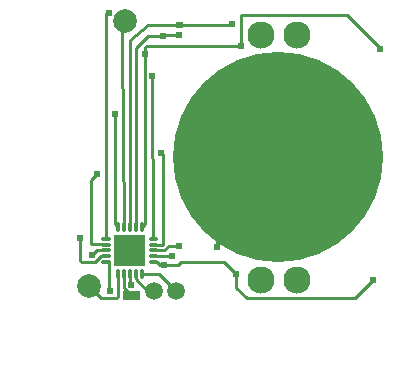
<source format=gbl>
G04 Layer: BottomLayer*
G04 EasyEDA v6.4.25, 2022-01-03T23:04:32--5:00*
G04 f870d6b240394c1986ede19cf4370902,f610eaca6985405d96f74a4a3e528675,10*
G04 Gerber Generator version 0.2*
G04 Scale: 100 percent, Rotated: No, Reflected: No *
G04 Dimensions in millimeters *
G04 leading zeros omitted , absolute positions ,4 integer and 5 decimal *
%FSLAX45Y45*%
%MOMM*%

%ADD10C,0.2540*%
%ADD11C,0.6096*%
%ADD12C,2.0000*%
%ADD14C,2.3000*%
%ADD15C,0.3000*%
%ADD16C,1.5000*%
%ADD18C,17.8001*%
%ADD20R,0.5400X0.5657*%

%LPD*%
D10*
X838200Y-292100D02*
G01*
X845718Y-284581D01*
X977900Y-284581D01*
X977811Y-198120D02*
G01*
X1414945Y-198120D01*
X1422311Y-190500D01*
X977900Y-198018D02*
G01*
X711200Y-203200D01*
X558800Y-330200D01*
X558800Y-1908200D01*
X458800Y-2308199D02*
G01*
X458800Y-2500299D01*
X444500Y-2514600D01*
X317505Y-2514600D01*
X215900Y-2413000D01*
X358795Y-2057400D02*
G01*
X228594Y-2057400D01*
X228600Y-1511300D01*
X279400Y-1460500D01*
X358813Y-2008123D02*
G01*
X358813Y-101600D01*
X380911Y-101600D01*
X508787Y-1908200D02*
G01*
X495300Y-342900D01*
X495300Y-190500D01*
X520700Y-165100D01*
X508789Y-2308199D02*
G01*
X508789Y-2426477D01*
X571512Y-2489200D01*
X608749Y-2308097D02*
G01*
X609600Y-2349500D01*
X711200Y-2463800D01*
X711200Y-2463800D01*
X658797Y-2308199D02*
G01*
X809612Y-2308199D01*
X952512Y-2451100D01*
X608787Y-1908200D02*
G01*
X608787Y-394512D01*
X711200Y-292100D01*
X838200Y-292100D01*
X558794Y-2308199D02*
G01*
X558794Y-2387582D01*
X571512Y-2400300D01*
X571408Y-2390899D02*
G01*
X571512Y-2391003D01*
X571512Y-2400300D01*
X844509Y-2235200D02*
G01*
X965111Y-2235200D01*
X992035Y-2208276D01*
X1357287Y-2208276D01*
X1460411Y-2311400D01*
X758863Y-2208276D02*
G01*
X785787Y-2208276D01*
X812711Y-2235200D01*
X844509Y-2235200D01*
X850900Y-2108200D02*
G01*
X889000Y-2070100D01*
X977811Y-2070100D01*
X758797Y-2108200D02*
G01*
X850900Y-2108200D01*
X431812Y-952500D02*
G01*
X431812Y-1881215D01*
X458795Y-1908200D01*
X685812Y-444500D02*
G01*
X685812Y-393682D01*
X698494Y-381000D01*
X1498594Y-381000D01*
X749312Y-635000D02*
G01*
X749300Y-635000D01*
X758797Y-2008200D01*
X1295400Y-2082800D02*
G01*
X1295400Y-1841500D01*
X1816100Y-1320800D01*
X658797Y-1908200D02*
G01*
X685812Y-1881182D01*
X685812Y-444500D01*
X2679700Y-406400D02*
G01*
X2679700Y-393700D01*
X2400300Y-114300D01*
X1498600Y-114300D01*
X1498600Y-381000D01*
X758799Y-2058212D02*
G01*
X838200Y-2058212D01*
X838200Y-1295400D01*
X825500Y-1282700D01*
X393611Y-2451100D02*
G01*
X380911Y-2438400D01*
X380911Y-2208276D01*
X358813Y-2208276D01*
X241312Y-2146300D02*
G01*
X279412Y-2108200D01*
X358795Y-2108200D01*
X358813Y-2158237D02*
G01*
X318173Y-2158237D01*
X266611Y-2209800D01*
X152311Y-2209800D01*
X139611Y-2197100D01*
X139611Y-2006600D01*
X1460411Y-2311400D02*
G01*
X1460411Y-2425700D01*
X1549311Y-2514600D01*
X2463711Y-2514600D01*
X2616111Y-2362200D01*
X758858Y-2158237D02*
G01*
X759620Y-2159000D01*
X914412Y-2159000D01*
D15*
X733811Y-2008200D02*
G01*
X783813Y-2008200D01*
X733811Y-2058212D02*
G01*
X783813Y-2058212D01*
X733811Y-2108200D02*
G01*
X783813Y-2108200D01*
X733811Y-2158212D02*
G01*
X783813Y-2158212D01*
X733811Y-2208199D02*
G01*
X783813Y-2208199D01*
X658812Y-2283200D02*
G01*
X658812Y-2333200D01*
X608799Y-2283200D02*
G01*
X608799Y-2333200D01*
X558812Y-2283200D02*
G01*
X558812Y-2333200D01*
X508800Y-2283200D02*
G01*
X508800Y-2333200D01*
X458812Y-2283200D02*
G01*
X458812Y-2333200D01*
X333814Y-2208199D02*
G01*
X383814Y-2208199D01*
X333814Y-2158212D02*
G01*
X383814Y-2158212D01*
X333814Y-2108200D02*
G01*
X383814Y-2108200D01*
X333814Y-2058212D02*
G01*
X383814Y-2058212D01*
X333814Y-2008200D02*
G01*
X383814Y-2008200D01*
X458812Y-1883201D02*
G01*
X458812Y-1933201D01*
X508800Y-1883201D02*
G01*
X508800Y-1933201D01*
X558812Y-1883201D02*
G01*
X558812Y-1933201D01*
X608799Y-1883201D02*
G01*
X608799Y-1933201D01*
X658812Y-1883201D02*
G01*
X658812Y-1933201D01*
D12*
G01*
X520712Y-165100D03*
G01*
X215912Y-2413000D03*
D16*
G01*
X952512Y-2451100D03*
G01*
X762012Y-2451100D03*
G36*
X501500Y-2449200D02*
G01*
X641499Y-2449200D01*
X641499Y-2529199D01*
X501500Y-2529199D01*
G37*
D18*
G01*
X1816112Y-1320800D03*
G36*
X688787Y-1978187D02*
G01*
X428787Y-1978187D01*
X428787Y-2238187D01*
X688787Y-2238187D01*
G37*
D20*
G01*
X977912Y-284581D03*
G36*
X1004900Y-226298D02*
G01*
X950899Y-226298D01*
X950899Y-169735D01*
X1004900Y-169735D01*
G37*
D14*
G01*
X1666100Y-2360803D03*
G01*
X1976107Y-2360803D03*
G01*
X1976107Y-280796D03*
G01*
X1666100Y-280796D03*
D11*
G01*
X1460411Y-2311400D03*
G01*
X2679712Y-406400D03*
G01*
X139712Y-2006600D03*
G01*
X241312Y-2146300D03*
G01*
X749312Y-635000D03*
G01*
X914412Y-2159000D03*
G01*
X2616111Y-2362200D03*
G01*
X393712Y-2451100D03*
G01*
X279412Y-1460500D03*
G01*
X977912Y-2070100D03*
G01*
X825512Y-1282700D03*
G01*
X1498612Y-381000D03*
G01*
X685812Y-444500D03*
G01*
X381012Y-101600D03*
G01*
X571512Y-2400300D03*
G01*
X1295412Y-2082800D03*
G01*
X1422412Y-190500D03*
G01*
X431812Y-952500D03*
G01*
X838212Y-292100D03*
G01*
X844511Y-2235200D03*
M02*

</source>
